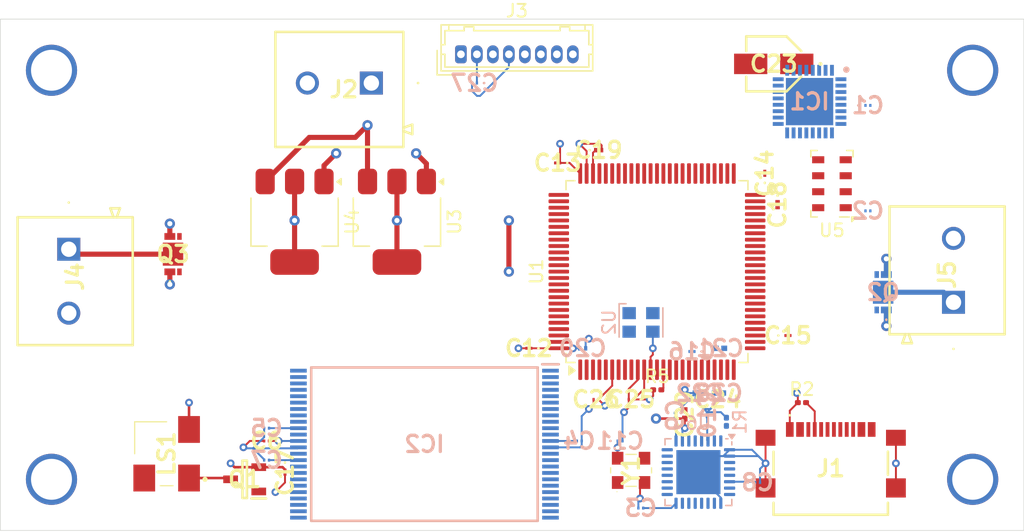
<source format=kicad_pcb>
(kicad_pcb (version 20240108) (generator "pcbnew") (generator_version "8.0")
  (title_block (title "AIS SRAD Flight Computer 2026") (date "2026-01-16") (rev "1") (company "Strath AIS"))
  (layers (0 "F.Cu" signal) (1 "In1.Cu" signal) (2 "In2.Cu" signal) (31 "B.Cu" power) (34 "B.Paste" user) (35 "F.Paste" user) (36 "B.SilkS" user "B.Silkscreen") (37 "F.SilkS" user "F.Silkscreen") (38 "B.Mask" user) (39 "F.Mask" user) (44 "Edge.Cuts" user))
  (net 0 "")
  (net 1 "Capacitor Ground")
  (net 2 "3.3V")
  (net 5 "MISO")
  (net 18 "ACCELEROMETER CS")
  (net 19 "MOSI")
  (net 21 "CLK")
  (net 32 "NAND4")
  (net 34 "NAND5")
  (net 39 "NAND3")
  (net 41 "NAND7")
  (net 44 "RE")
  (net 45 "NAND2")
  (net 46 "NAND EN")
  (net 47 "WP")
  (net 49 "WE")
  (net 57 "NAND1")
  (net 59 "ALE")
  (net 60 "CLE")
  (net 61 "NAND6")
  (net 69 "NAND0")
  (net 70 "DP")
  (net 72 "USB VBUS")
  (net 74 "DN")
  (net 76 "Net-(J1-CC1)")
  (net 77 "Vsrc")
  (net 78 "MISO1")
  (net 79 "MOSI1")
  (net 80 "BOOT High")
  (net 81 "CLK1")
  (net 82 "RADIO CS")
  (net 83 "MAIN OUT")
  (net 84 "DROGUE OUT")
  (net 85 "Net-(LS1-+)")
  (net 87 "Buzzer control")
  (net 88 "DROGUE")
  (net 89 "MAIN")
  (net 90 "Net-(U6-RBIAS)")
  (net 91 "Net-(U1-NRST)")
  (net 101 "USB STP")
  (net 107 "USB D0")
  (net 108 "USB D3")
  (net 112 "USB D2")
  (net 113 "USB D7")
  (net 119 "USB NXT")
  (net 124 "USB CK")
  (net 126 "USB D4")
  (net 127 "USB D5")
  (net 129 "BAROMETER CS")
  (net 133 "USB D6")
  (net 134 "USB D1")
  (net 135 "USB DIR")
  (net 139 "OSC_CLK")
  (net 141 "1.8V")
  (net 148 "USB OSC")
  (net 149 "VCAP")
  (footprint "SamacSys_Parts:GRM022C81C222KE01L" (layer "F.Cu") (at 166.56 79.75 180)
    (property "Reference" "C26")
    (property "Value" "100nF" (hide yes))
  )
  (footprint "SamacSys_Parts:GRM022C81C222KE01L" (layer "F.Cu") (at 179.75 62.06 90)
    (property "Reference" "C14")
    (property "Value" "100nF" (hide yes))
  )
  (footprint "SamacSys_Parts:GRM022C81C222KE01L" (layer "F.Cu") (at 181.56 74.75)
    (property "Reference" "C15")
    (property "Value" "100nF" (hide yes))
  )
  (footprint "SamacSys_Parts:GRM022C81C222KE01L" (layer "F.Cu") (at 161.31 75.75 180)
    (property "Reference" "C12")
    (property "Value" "100nF" (hide yes))
  )
  (footprint "Package_TO_SOT_SMD:SOT-223-3_TabPin2" (layer "F.Cu") (at 143 65.85 -90)
    (property "Reference" "U4")
    (property "Value" "AZ1117-3.3")
  )
  (footprint "SamacSys_Parts:DMN2008LFU7" (layer "F.Cu") (at 133.5 68.385)
    (property "Reference" "Q3")
    (property "Value" "DMN2008LFU-7" (hide yes))
  )
  (footprint "Connector_Hirose:Hirose_DF13-08P-1.25DSA_1x08_P1.25mm_Vertical" (layer "F.Cu") (at 156 52.75)
    (property "Reference" "J3")
    (property "Value" "Conn_01x08")
  )
  (footprint "SamacSys_Parts:DSC6183CI2A032K768" (layer "F.Cu") (at 169.3 85.3 90)
    (property "Reference" "Y1")
    (property "Value" "DSC1001CL5-060.0000" (hide yes))
  )
  (footprint "SamacSys_Parts:EBAA02C" (layer "F.Cu") (at 125.35 68 -90)
    (property "Reference" "J4")
    (property "Value" "EBAA-02-C" (hide yes))
  )
  (footprint "Package_TO_SOT_SMD:SOT-223-3_TabPin2" (layer "F.Cu") (at 151 65.85 -90)
    (property "Reference" "U3")
    (property "Value" "AZ1117-1.8")
  )
  (footprint "SamacSys_Parts:SOT95P237X125-3N" (layer "F.Cu") (at 139.1 86 180)
    (property "Reference" "Q1")
    (property "Value" "MMBT3906-TP" (hide yes))
  )
  (footprint "Package_LGA:LGA-8_3x5mm_P1.25mm" (layer "F.Cu") (at 185 62.875 180)
    (property "Reference" "U5")
    (property "Value" "MS5607-02BA")
  )
  (footprint "SamacSys_Parts:GRM022C81C222KE01L" (layer "F.Cu") (at 142.25 85.44 -90)
    (property "Reference" "C17")
    (property "Value" "100nF" (hide yes))
  )
  (footprint "SamacSys_Parts:GRM022C81C222KE01L" (layer "F.Cu") (at 169.31 79.75 180)
    (property "Reference" "C25")
    (property "Value" "100nF" (hide yes))
  )
  (footprint "SamacSys_Parts:10SVPS10M" (layer "F.Cu") (at 180.45 53.5 180)
    (property "Reference" "C23")
    (property "Value" "10uF" (hide yes))
  )
  (footprint "SamacSys_Parts:GRM022C81C222KE01L" (layer "F.Cu") (at 140.81 83 180)
    (property "Reference" "C6")
    (property "Value" "100nF" (hide yes))
  )
  (footprint "Resistor_SMD:R_0201_0603Metric" (layer "F.Cu") (at 171.345 79)
    (property "Reference" "R5")
    (property "Value" "10KR")
  )
  (footprint "SamacSys_Parts:GRM033D70J224ME01D" (layer "F.Cu") (at 180.75 64.513 -90)
    (property "Reference" "C18")
    (property "Value" "2.2uF" (hide yes))
  )
  (footprint "SamacSys_Parts:EBAA02C" (layer "F.Cu") (at 149 55 180)
    (property "Reference" "J2")
    (property "Value" "EBAA-02-C" (hide yes))
  )
  (footprint "SamacSys_Parts:CAPC0603X33N" (layer "F.Cu") (at 173.5 80.92 90)
    (property "Reference" "C29")
    (property "Value" "1uF" (hide yes))
  )
  (footprint "SamacSys_Parts:CSS0578SMTTR" (layer "F.Cu") (at 133 84 90)
    (property "Reference" "LS1")
    (property "Value" "CSS-0578-SMT-TR" (hide yes))
  )
  (footprint "SamacSys_Parts:USB421603A" (layer "F.Cu") (at 184.905 85.438)
    (property "Reference" "J1")
    (property "Value" "USB4216-03-A" (hide yes))
  )
  (footprint "Resistor_SMD:R_0201_0603Metric" (layer "F.Cu") (at 182.655 80)
    (property "Reference" "R2")
    (property "Value" "5.1KR")
  )
  (footprint "Package_QFP:LQFP-100_14x14mm_P0.5mm" (layer "F.Cu") (at 171.325 69.75 90)
    (property "Reference" "U1")
    (property "Value" "STM32F205VBTx")
  )
  (footprint "SamacSys_Parts:GRM022C81C222KE01L" (layer "F.Cu") (at 163.56 61.25 180)
    (property "Reference" "C13")
    (property "Value" "100nF" (hide yes))
  )
  (footprint "SamacSys_Parts:EBAA02C" (layer "F.Cu") (at 194.5 72.15 90)
    (property "Reference" "J5")
    (property "Value" "EBAA-02-C" (hide yes))
  )
  (footprint "SamacSys_Parts:GRM022C81C222KE01L" (layer "F.Cu") (at 176.06 79.75)
    (property "Reference" "C24")
    (property "Value" "100nF" (hide yes))
  )
  (footprint "SamacSys_Parts:GRM033D70J224ME01D" (layer "F.Cu") (at 166.763 60.25)
    (property "Reference" "C19")
    (property "Value" "2.2uF" (hide yes))
  )
  (footprint "SamacSys_Parts:CAPC0603X33N" (layer "B.Cu") (at 174.67 79.25 180)
    (property "Reference" "C22")
    (property "Value" "1uF" (hide yes))
  )
  (footprint "SamacSys_Parts:CAPC0603X33N" (layer "B.Cu") (at 176.17 79.25)
    (property "Reference" "C28")
    (property "Value" "1uF" (hide yes))
  )
  (footprint "SamacSys_Parts:GRM022C81C222KE01L" (layer "B.Cu") (at 172.75 81 90)
    (property "Reference" "C9")
    (property "Value" "100nF" (hide yes))
  )
  (footprint "SamacSys_Parts:GRM022C81C222KE01L" (layer "B.Cu") (at 179.19 86.25)
    (property "Reference" "C8")
    (property "Value" "100nF" (hide yes))
  )
  (footprint "SamacSys_Parts:GRM022C81C222KE01L" (layer "B.Cu") (at 157.06 55 180)
    (property "Reference" "C27")
    (property "Value" "100nF" (hide yes))
  )
  (footprint "SamacSys_Parts:GRM022C81C222KE01L" (layer "B.Cu") (at 175.25 80.94 90)
    (property "Reference" "C10")
    (property "Value" "100nF" (hide yes))
  )
  (footprint "SamacSys_Parts:GRM022C81C222KE01L" (layer "B.Cu") (at 187.81 56.75)
    (property "Reference" "C1")
    (property "Value" "100nF" (hide yes))
  )
  (footprint "Package_DFN_QFN:QFN-32-1EP_5x5mm_P0.5mm_EP3.45x3.45mm" (layer "B.Cu") (at 174.5625 85.4375 180)
    (property "Reference" "U6")
    (property "Value" "USB3300-EZK")
  )
  (footprint "SamacSys_Parts:CAPC0603X33N" (layer "B.Cu") (at 176.25 75.75)
    (property "Reference" "C21")
    (property "Value" "1uF" (hide yes))
  )
  (footprint "SamacSys_Parts:QFN50P500X500X155-33N-D" (layer "B.Cu") (at 183.25 56.45 180)
    (property "Reference" "IC1")
    (property "Value" "ADXL314WBCPZ-RL" (hide yes))
  )
  (footprint "SamacSys_Parts:DMN2008LFU7" (layer "B.Cu") (at 189 71.365 180)
    (property "Reference" "Q2")
    (property "Value" "DMN2008LFU-7" (hide yes))
  )
  (footprint "SamacSys_Parts:GRM022C81C222KE01L" (layer "B.Cu") (at 140.81 82 180)
    (property "Reference" "C5")
    (property "Value" "100nF" (hide yes))
  )
  (footprint "Resistor_SMD:R_0201_0603Metric" (layer "B.Cu") (at 176.75 81.5 90)
    (property "Reference" "R1")
    (property "Value" "12KR")
  )
  (footprint "SamacSys_Parts:SOP50P2000X120-48N" (layer "B.Cu") (at 153.15 83.25 180)
    (property "Reference" "IC2")
    (property "Value" "MT29F8G08ABACAWP-IT_C_TR" (hide yes))
  )
  (footprint "SamacSys_Parts:GRM033D70J224ME01D" (layer "B.Cu") (at 165.513 75.75)
    (property "Reference" "C20")
    (property "Value" "4.7uF" (hide yes))
  )
  (footprint "SamacSys_Parts:GRM022C81C222KE01L" (layer "B.Cu") (at 140.81 84.5 180)
    (property "Reference" "C7")
    (property "Value" "100nF" (hide yes))
  )
  (footprint "SamacSys_Parts:GRM022C81C222KE01L" (layer "B.Cu") (at 165.25 83)
    (property "Reference" "C4")
    (property "Value" "100nF" (hide yes))
  )
  (footprint "SamacSys_Parts:GRM022C81C222KE01L" (layer "B.Cu") (at 187.81 65)
    (property "Reference" "C2")
    (property "Value" "100nF" (hide yes))
  )
  (footprint "SamacSys_Parts:GRM022C81C222KE01L" (layer "B.Cu") (at 174.06 76 180)
    (property "Reference" "C16")
    (property "Value" "100nF" (hide yes))
  )
  (footprint "SamacSys_Parts:GRM022C81C222KE01L" (layer "B.Cu") (at 170.06 88.25 180)
    (property "Reference" "C3")
    (property "Value" "100nF" (hide yes))
  )
  (footprint "Oscillator:Oscillator_SMD_Kyocera_KC2520Z-4Pin_2.5x2.0mm" (layer "B.Cu") (at 170.075 73.725 -90)
    (property "Reference" "U2")
    (property "Value" "KC2520Z")
  )
  (footprint "SamacSys_Parts:GRM022C81C222KE01L" (layer "B.Cu") (at 168.44 83)
    (property "Reference" "C11")
    (property "Value" "100nF" (hide yes))
  )
  (gr_rect (start 120 50) (end 200 90) (stroke (width 0.05)) (fill none) (layer "Edge.Cuts"))
  (segment (start 190 86.675) (end 190 84.75) (width 0.15) (layer "F.Cu") (net 1))
  (segment (start 179.81 84.75) (end 179.81 82.75) (width 0.15) (layer "F.Cu") (net 1))
  (segment (start 142.25 85.63) (end 142.25 86.25) (width 0.15) (layer "F.Cu") (net 1))
  (segment (start 153.3 61.3) (end 152.5 60.5) (width 0.4) (layer "F.Cu") (net 1))
  (segment (start 166 80.5) (end 166.284514 80.215486) (width 0.15) (layer "F.Cu") (net 1))
  (segment (start 134.75 82.1) (end 134.75 80) (width 0.2) (layer "F.Cu") (net 1))
  (segment (start 169.12 79.75) (end 169.12 78.927054) (width 0.15) (layer "F.Cu") (net 1))
  (segment (start 169.825 78.222054) (end 169.825 77.425) (width 0.15) (layer "F.Cu") (net 1))
  (segment (start 139.5 83) (end 139 83.5) (width 0.15) (layer "F.Cu") (net 1))
  (segment (start 170 87.5) (end 170 86.6) (width 0.15) (layer "F.Cu") (net 1))
  (segment (start 170 86.6) (end 170.35 86.25) (width 0.15) (layer "F.Cu") (net 1))
  (segment (start 169.12 78.927054) (end 169.825 78.222054) (width 0.15) (layer "F.Cu") (net 1))
  (segment (start 145.3 62.7) (end 145.3 61.45) (width 0.4) (layer "F.Cu") (net 1))
  (segment (start 161.12 75.75) (end 160.5 75.75) (width 0.15) (layer "F.Cu") (net 1))
  (segment (start 165.825 62.075) (end 165.825 60.325) (width 0.15) (layer "F.Cu") (net 1))
  (segment (start 181.705 80.63) (end 182.335 80) (width 0.15) (layer "F.Cu") (net 1))
  (segment (start 142.25 86.25) (end 141.5 87) (width 0.15) (layer "F.Cu") (net 1))
  (segment (start 182.335 80) (end 182.335 79.335) (width 0.15) (layer "F.Cu") (net 1))
  (segment (start 153.3 62.7) (end 153.3 61.3) (width 0.4) (layer "F.Cu") (net 1))
  (segment (start 167 60.25) (end 167 59.874) (width 0.15) (layer "F.Cu") (net 1))
  (segment (start 190 84.75) (end 190 82.75) (width 0.15) (layer "F.Cu") (net 1))
  (segment (start 167 59.874) (end 166.876 59.75) (width 0.15) (layer "F.Cu") (net 1))
  (segment (start 179.81 86.675) (end 179.81 84.75) (width 0.15) (layer "F.Cu") (net 1))
  (segment (start 166.37 80.13) (end 166 80.5) (width 0.15) (layer "F.Cu") (net 1))
  (segment (start 165.825 60.325) (end 165.25 59.75) (width 0.15) (layer "F.Cu") (net 1))
  (segment (start 140.62 83) (end 139.5 83) (width 0.15) (layer "F.Cu") (net 1))
  (segment (start 181.705 82.1) (end 181.705 80.63) (width 0.15) (layer "F.Cu") (net 1))
  (segment (start 166.876 59.75) (end 165.25 59.75) (width 0.15) (layer "F.Cu") (net 1))
  (segment (start 169.12 79.75) (end 169.12 80.38) (width 0.15) (layer "F.Cu") (net 1))
  (segment (start 145.3 61.45) (end 146.25 60.5) (width 0.4) (layer "F.Cu") (net 1))
  (segment (start 166.37 79.75) (end 166.37 80.13) (width 0.15) (layer "F.Cu") (net 1))
  (segment (start 169.12 80.38) (end 168.75 80.75) (width 0.15) (layer "F.Cu") (net 1))
  (segment (start 182.335 79.335) (end 182.25 79.25) (width 0.15) (layer "F.Cu") (net 1))
  (via (at 196 54) (size 4) (drill 3.2) (layers "F.Cu" "B.Cu") (net 1))
  (via (at 160.5 75.75) (size 0.6) (drill 0.3) (layers "F.Cu" "B.Cu") (net 1))
  (via (at 165.25 59.75) (size 0.6) (drill 0.3) (layers "F.Cu" "B.Cu") (net 1))
  (via (at 166 80.5) (size 0.6) (drill 0.3) (layers "F.Cu" "B.Cu") (net 1))
  (via (at 124 54) (size 4) (drill 3.2) (layers "F.Cu" "B.Cu") (net 1))
  (via (at 179.81 84.75) (size 0.6) (drill 0.3) (layers "F.Cu" "B.Cu") (net 1))
  (via (at 166 75) (size 0.6) (drill 0.3) (layers "F.Cu" "B.Cu") (net 1))
  (via (at 173.5 79) (size 0.6) (drill 0.3) (layers "F.Cu" "B.Cu") (net 1))
  (via (at 139 83.5) (size 0.6) (drill 0.3) (layers "F.Cu" "B.Cu") (net 1))
  (via (at 190 84.75) (size 0.6) (drill 0.3) (layers "F.Cu" "B.Cu") (net 1))
  (via (at 134.75 80) (size 0.6) (drill 0.3) (layers "F.Cu" "B.Cu") (net 1))
  (via (at 141.5 87) (size 0.6) (drill 0.3) (layers "F.Cu" "B.Cu") (net 1))
  (via (at 196 86) (size 4) (drill 3.2) (layers "F.Cu" "B.Cu") (net 1))
  (via (at 170 87.5) (size 0.6) (drill 0.3) (layers "F.Cu" "B.Cu") (net 1))
  (via (at 124 86) (size 4) (drill 3.2) (layers "F.Cu" "B.Cu") (net 1))
  (via (at 146.25 60.5) (size 0.8) (drill 0.4) (layers "F.Cu" "B.Cu") (net 1))
  (via (at 168.75 80.75) (size 0.6) (drill 0.3) (layers "F.Cu" "B.Cu") (net 1))
  (via (at 152.5 60.5) (size 0.8) (drill 0.4) (layers "F.Cu" "B.Cu") (net 1))
  (via (at 182.25 79.25) (size 0.6) (drill 0.3) (layers "F.Cu" "B.Cu") (net 1))
  (segment (start 179.38 86.25) (end 179.38 85.18) (width 0.15) (layer "B.Cu") (net 1))
  (segment (start 159.75 53.75) (end 157.5 56) (width 0.15) (layer "B.Cu") (net 1))
  (segment (start 165.315 83.5) (end 165.44 83.375) (width 0.15) (layer "B.Cu") (net 1))
  (segment (start 143.225 83.575) (end 139.75 83.575) (width 0.15) (layer "B.Cu") (net 1))
  (segment (start 163 83.5) (end 165.315 83.5) (width 0.15) (layer "B.Cu") (net 1))
  (segment (start 175.25 80.75) (end 175.625 80.375) (width 0.15) (layer "B.Cu") (net 1))
  (segment (start 178.7475 83.6875) (end 179.81 84.75) (width 0.15) (layer "B.Cu") (net 1))
  (segment (start 156.87 55.62) (end 156.87 55) (width 0.15) (layer "B.Cu") (net 1))
  (segment (start 177 83.6875) (end 178.7475 83.6875) (width 0.15) (layer "B.Cu") (net 1))
  (segment (start 159.75 52.75) (end 159.75 53.75) (width 0.15) (layer "B.Cu") (net 1))
  (segment (start 175.8125 84.1875) (end 176.25 84.1875) (width 0.15) (layer "B.Cu") (net 1))
  (segment (start 175.25 80.75) (end 174.75 80.25) (width 0.15) (layer "B.Cu") (net 1))
  (segment (start 174.75 80.25) (end 174.34 79.84) (width 0.15) (layer "B.Cu") (net 1))
  (segment (start 175 80.5) (end 174.75 80.25) (width 0.15) (layer "B.Cu") (net 1))
  (segment (start 140.62 84.5) (end 140.62 84.445) (width 0.15) (layer "B.Cu") (net 1))
  (segment (start 169.87 87.63) (end 170 87.5) (width 0.15) (layer "B.Cu") (net 1))
  (segment (start 175.625 80.375) (end 175.5 80.5) (width 0.15) (layer "B.Cu") (net 1))
  (segment (start 165.44 83) (end 165.44 81.06) (width 0.15) (layer "B.Cu") (net 1))
  (segment (start 173.75 79.25) (end 173.5 79) (width 0.15) (layer "B.Cu") (net 1))
  (segment (start 176.25 84.1875) (end 177 84.1875) (width 0.15) (layer "B.Cu") (net 1))
  (segment (start 168.63 83) (end 168.63 80.87) (width 0.15) (layer "B.Cu") (net 1))
  (segment (start 179.2475 84.1875) (end 179.81 84.75) (width 0.15) (layer "B.Cu") (net 1))
  (segment (start 176.5 84.1875) (end 176.25 84.1875) (width 0.15) (layer "B.Cu") (net 1))
  (segment (start 157.25 56) (end 156.87 55.62) (width 0.15) (layer "B.Cu") (net 1))
  (segment (start 176.3125 87.437501) (end 174.5625 85.687501) (width 0.15) (layer "B.Cu") (net 1))
  (segment (start 177 84.1875) (end 179.2475 84.1875) (width 0.15) (layer "B.Cu") (net 1))
  (segment (start 172.75 80.81) (end 172.78 80.81) (width 0.15) (layer "B.Cu") (net 1))
  (segment (start 175.5 80.5) (end 175 80.5) (width 0.15) (layer "B.Cu") (net 1))
  (segment (start 177 83.6875) (end 176.5 84.1875) (width 0.15) (layer "B.Cu") (net 1))
  (segment (start 174.5625 85.4375) (end 175.8125 84.1875) (width 0.15) (layer "B.Cu") (net 1))
  (segment (start 176.5 79.5) (end 176.5 79.25) (width 0.15) (layer "B.Cu") (net 1))
  (segment (start 172.78 80.81) (end 174.34 79.25) (width 0.15) (layer "B.Cu") (net 1))
  (segment (start 139.75 83.575) (end 139.075 83.575) (width 0.15) (layer "B.Cu") (net 1))
  (segment (start 165.44 81.06) (end 166 80.5) (width 0.15) (layer "B.Cu") (net 1))
  (segment (start 165.44 83.375) (end 165.44 83) (width 0.15) (layer "B.Cu") (net 1))
  (segment (start 140.62 82) (end 140.62 82.705) (width 0.15) (layer "B.Cu") (net 1))
  (segment (start 176.75 81.18) (end 176.32 80.75) (width 0.15) (layer "B.Cu") (net 1))
  (segment (start 174.34 79.25) (end 173.75 79.25) (width 0.15) (layer "B.Cu") (net 1))
  (segment (start 169.87 88.25) (end 169.87 87.63) (width 0.15) (layer "B.Cu") (net 1))
  (segment (start 165.75 75.75) (end 165.75 75.25) (width 0.15) (layer "B.Cu") (net 1))
  (segment (start 140.62 84.445) (end 139.75 83.575) (width 0.15) (layer "B.Cu") (net 1))
  (segment (start 165.75 75.25) (end 166 75) (width 0.15) (layer "B.Cu") (net 1))
  (segment (start 168.63 80.87) (end 168.75 80.75) (width 0.15) (layer "B.Cu") (net 1))
  (segment (start 157.5 56) (end 157.25 56) (width 0.15) (layer "B.Cu") (net 1))
  (segment (start 176.32 80.75) (end 175.25 80.75) (width 0.15) (layer "B.Cu") (net 1))
  (segment (start 143.3 83.5) (end 143.225 83.575) (width 0.15) (layer "B.Cu") (net 1))
  (segment (start 179.38 85.18) (end 179.81 84.75) (width 0.15) (layer "B.Cu") (net 1))
  (segment (start 174.34 79.84) (end 174.34 79.25) (width 0.15) (layer "B.Cu") (net 1))
  (segment (start 140.62 82.705) (end 139.75 83.575) (width 0.15) (layer "B.Cu") (net 1))
  (segment (start 176.3125 87.875) (end 176.3125 87.437501) (width 0.15) (layer "B.Cu") (net 1))
  (segment (start 139.075 83.575) (end 139 83.5) (width 0.15) (layer "B.Cu") (net 1))
  (segment (start 174.5625 85.687501) (end 174.5625 85.4375) (width 0.15) (layer "B.Cu") (net 1))
  (segment (start 175.625 80.375) (end 176.5 79.5) (width 0.15) (layer "B.Cu") (net 1))
  (segment (start 170.325 78.925) (end 170.325 77.425) (width 0.15) (layer "F.Cu") (net 2))
  (segment (start 168.23917 84.33917) (end 168.25 84.35) (width 0.15) (layer "F.Cu") (net 2))
  (segment (start 167.825 78.675) (end 167.825 77.425) (width 0.15) (layer "F.Cu") (net 2))
  (segment (start 133.25 66.25) (end 133.25 66) (width 0.4) (layer "F.Cu") (net 2))
  (segment (start 166.75 79.75) (end 167.825 78.675) (width 0.15) (layer "F.Cu") (net 2))
  (segment (start 166.75 79.75) (end 167.25 80.25) (width 0.15) (layer "F.Cu") (net 2))
  (segment (start 163.65722 75.75722) (end 163.65 75.75) (width 0.15) (layer "F.Cu") (net 2))
  (segment (start 143 62.7) (end 143 65.75) (width 0.4) (layer "F.Cu") (net 2))
  (segment (start 164.756188 75.75722) (end 163.65722 75.75722) (width 0.15) (layer "F.Cu") (net 2))
  (segment (start 163.75 61.25) (end 164.5 61.25) (width 0.15) (layer "F.Cu") (net 2))
  (segment (start 168.23917 83.514378) (end 168.23917 84.33917) (width 0.15) (layer "F.Cu") (net 2))
  (segment (start 163.75 61.25) (end 163.75 59.75) (width 0.15) (layer "F.Cu") (net 2))
  (segment (start 133.25 70.5) (end 133.25 70.75) (width 0.4) (layer "F.Cu") (net 2))
  (segment (start 169.5 79.75) (end 170.75 79.75) (width 0.15) (layer "F.Cu") (net 2))
  (segment (start 171.025 79.475) (end 170.75 79.75) (width 0.15) (layer "F.Cu") (net 2))
  (segment (start 164.5 61.25) (end 165.325 62.075) (width 0.15) (layer "F.Cu") (net 2))
  (segment (start 161.5 75.75) (end 163.65 75.75) (width 0.15) (layer "F.Cu") (net 2))
  (segment (start 142.06 85.05) (end 142.25 85.24) (width 0.2) (layer "F.Cu") (net 2))
  (segment (start 143 65.75) (end 143 69) (width 0.4) (layer "F.Cu") (net 2))
  (segment (start 141.75 83) (end 141 83) (width 0.15) (layer "F.Cu") (net 2))
  (segment (start 169.5 79.75) (end 170.325 78.925) (width 0.15) (layer "F.Cu") (net 2))
  (segment (start 140.2 85.05) (end 142.06 85.05) (width 0.2) (layer "F.Cu") (net 2))
  (segment (start 140.2 85.05) (end 138.3 85.05) (width 0.2) (layer "F.Cu") (net 2))
  (segment (start 133.25 67) (end 133.25 66.25) (width 0.4) (layer "F.Cu") (net 2))
  (segment (start 133.25 69.77) (end 133.25 70.5) (width 0.4) (layer "F.Cu") (net 2))
  (segment (start 138.3 85.05) (end 138 84.75) (width 0.2) (layer "F.Cu") (net 2))
  (segment (start 171.025 79) (end 171.025 79.475) (width 0.15) (layer "F.Cu") (net 2))
  (via (at 168.23917 83.514378) (size 0.6) (drill 0.3) (layers "F.Cu" "B.Cu") (net 2))
  (via (at 133.25 70.75) (size 0.8) (drill 0.4) (layers "F.Cu" "B.Cu") (net 2))
  (via (at 138 84.75) (size 0.6) (drill 0.3) (layers "F.Cu" "B.Cu") (net 2))
  (via (at 189.25 74) (size 0.8) (drill 0.4) (layers "F.Cu" "B.Cu") (net 2))
  (via (at 167.25 80.25) (size 0.6) (drill 0.3) (layers "F.Cu" "B.Cu") (net 2))
  (via (at 164.756188 75.75722) (size 0.6) (drill 0.3) (layers "F.Cu" "B.Cu") (net 2))
  (via (at 189.25 68.75) (size 0.8) (drill 0.4) (layers "F.Cu" "B.Cu") (net 2))
  (via (at 170.75 79.75) (size 0.6) (drill 0.3) (layers "F.Cu" "B.Cu") (net 2))
  (via (at 141.75 83) (size 0.6) (drill 0.3) (layers "F.Cu" "B.Cu") (net 2))
  (via (at 143 65.75) (size 0.8) (drill 0.4) (layers "F.Cu" "B.Cu") (net 2))
  (via (at 163.75 59.75) (size 0.6) (drill 0.3) (layers "F.Cu" "B.Cu") (net 2))
  (via (at 133.25 66) (size 0.8) (drill 0.4) (layers "F.Cu" "B.Cu") (net 2))
  (segment (start 177 86.1875) (end 178.9375 86.1875) (width 0.15) (layer "B.Cu") (net 2))
  (segment (start 189.25 69.98) (end 189.25 68.75) (width 0.4) (layer "B.Cu") (net 2))
  (segment (start 141 82) (end 143.3 82) (width 0.15) (layer "B.Cu") (net 2))
  (segment (start 172.8125 81.2525) (end 172.75 81.19) (width 0.15) (layer "B.Cu") (net 2))
  (segment (start 165.06 83) (end 163 83) (width 0.15) (layer "B.Cu") (net 2))
  (segment (start 172.4375 88.25) (end 172.8125 87.875) (width 0.15) (layer "B.Cu") (net 2))
  (segment (start 141 84.5) (end 143.3 84.5) (width 0.15) (layer "B.Cu") (net 2))
  (segment (start 178.9375 86.1875) (end 179 86.25) (width 0.15) (layer "B.Cu") (net 2))
  (segment (start 175.25 82.9375) (end 175.3125 83) (width 0.15) (layer "B.Cu") (net 2))
  (segment (start 157.25 55) (end 157.25 52.75) (width 0.15) (layer "B.Cu") (net 2))
  (segment (start 189.25 72.75) (end 189.25 74) (width 0.4) (layer "B.Cu") (net 2))
  (segment (start 168.25 83.503548) (end 168.23917 83.514378) (width 0.15) (layer "B.Cu") (net 2))
  (segment (start 143.3 83) (end 141.75 83) (width 0.15) (layer "B.Cu") (net 2))
  (segment (start 172.8125 83) (end 172.8125 81.2525) (width 0.15) (layer "B.Cu") (net 2))
  (segment (start 170.25 88.25) (end 172.4375 88.25) (width 0.15) (layer "B.Cu") (net 2))
  (segment (start 175.25 81.13) (end 175.25 82.9375) (width 0.15) (layer "B.Cu") (net 2))
  (segment (start 168.25 83) (end 168.25 83.503548) (width 0.15) (layer "B.Cu") (net 2))
  (segment (start 165.276 75.75) (end 164.763408 75.75) (width 0.15) (layer "B.Cu") (net 2))
  (segment (start 164.763408 75.75) (end 164.756188 75.75722) (width 0.15) (layer "B.Cu") (net 2))
  (segment (start 182.975 80) (end 183.655 80.68) (width 0.15) (layer "F.Cu") (net 76))
  (segment (start 183.655 80.68) (end 183.655 82.1) (width 0.15) (layer "F.Cu") (net 76))
  (segment (start 144.15 59.25) (end 147.75 59.25) (width 0.4) (layer "F.Cu") (net 77))
  (segment (start 147.75 59.25) (end 148.7 58.3) (width 0.4) (layer "F.Cu") (net 77))
  (segment (start 140.7 62.7) (end 144.15 59.25) (width 0.4) (layer "F.Cu") (net 77))
  (segment (start 148.7 58.3) (end 148.7 62.7) (width 0.4) (layer "F.Cu") (net 77))
  (via (at 148.7 58.3) (size 0.8) (drill 0.4) (layers "F.Cu" "B.Cu") (net 77))
  (segment (start 133.5 68.385) (end 125.735 68.385) (width 0.4) (layer "F.Cu") (net 83))
  (segment (start 125.735 68.385) (end 125.35 68) (width 0.4) (layer "F.Cu") (net 83))
  (segment (start 189 71.365) (end 193.715 71.365) (width 0.4) (layer "B.Cu") (net 84))
  (segment (start 193.715 71.365) (end 194.5 72.15) (width 0.4) (layer "B.Cu") (net 84))
  (segment (start 134.75 85.9) (end 137.9 85.9) (width 0.2) (layer "F.Cu") (net 85))
  (segment (start 137.9 85.9) (end 138 86) (width 0.2) (layer "F.Cu") (net 85))
  (segment (start 171.665 79) (end 171.825 78.84) (width 0.15) (layer "F.Cu") (net 91))
  (segment (start 171.825 78.84) (end 171.825 77.425) (width 0.15) (layer "F.Cu") (net 91))
  (segment (start 170.825 76.425) (end 170.825 77.425) (width 0.15) (layer "F.Cu") (net 139))
  (segment (start 171 76.25) (end 170.825 76.425) (width 0.15) (layer "F.Cu") (net 139))
  (segment (start 171 75.75) (end 171 76.25) (width 0.15) (layer "F.Cu") (net 139))
  (via (at 171 75.75) (size 0.6) (drill 0.3) (layers "F.Cu" "B.Cu") (net 139))
  (segment (start 171 74.45) (end 171 75.75) (width 0.15) (layer "B.Cu") (net 139))
  (segment (start 159.75 65.75) (end 159.75 69.75) (width 0.4) (layer "F.Cu") (net 141))
  (segment (start 171.25 81.25) (end 173.5 81.25) (width 0.2) (layer "F.Cu") (net 141))
  (segment (start 151 65.75) (end 151 69) (width 0.4) (layer "F.Cu") (net 141))
  (segment (start 173.5 82) (end 173.5 81.25) (width 0.15) (layer "F.Cu") (net 141))
  (segment (start 151 62.7) (end 151 65.75) (width 0.4) (layer "F.Cu") (net 141))
  (via (at 159.75 65.75) (size 0.8) (drill 0.4) (layers "F.Cu" "B.Cu") (net 141))
  (via (at 151 65.75) (size 0.8) (drill 0.4) (layers "F.Cu" "B.Cu") (net 141))
  (via (at 173.5 82) (size 0.6) (drill 0.3) (layers "F.Cu" "B.Cu") (net 141))
  (via (at 159.75 69.75) (size 0.8) (drill 0.4) (layers "F.Cu" "B.Cu") (net 141))
  (via (at 171.25 81.25) (size 0.8) (drill 0.4) (layers "F.Cu" "B.Cu") (net 141))
  (segment (start 173.3125 82.1875) (end 173.5 82) (width 0.15) (layer "B.Cu") (net 141))
  (segment (start 173.3125 83) (end 173.3125 82.1875) (width 0.15) (layer "B.Cu") (net 141))
  (segment (start 166.325 60.451) (end 166.325 62.075) (width 0.15) (layer "F.Cu") (net 149))
  (segment (start 166.526 60.25) (end 166.325 60.451) (width 0.15) (layer "F.Cu") (net 149))
)
</source>
